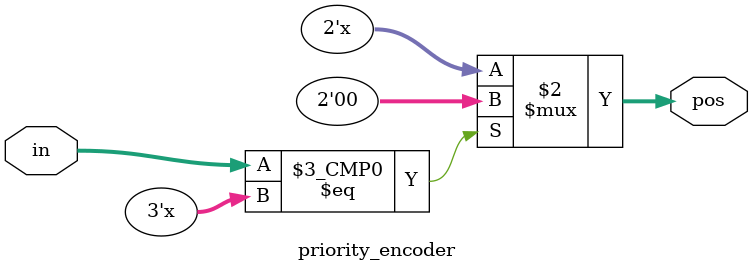
<source format=v>
module priority_encoder( 
input [2:0] in,
output reg [1:0] pos ); 
// When sel=1, assign b to out
always @ ( in )
	casez (in)
	3'bxxx: begin
	pos=2'b00;	
	end
	3'b000: begin
	pos=2'b01;
	end
	3'b001: begin
	pos=2'b10;
	end
	3'b010: begin
	pos=2'b11;
	end
	3'b011: begin
	pos=2'b11;
	end
	3'b100: begin
	pos=2'b10;
	end
	3'b101: begin
	pos=2'b01;
	end
	3'b110: begin
	pos=2'b00;
	end
	default: pos=2'b00;
	endcase
	endmodule

</source>
